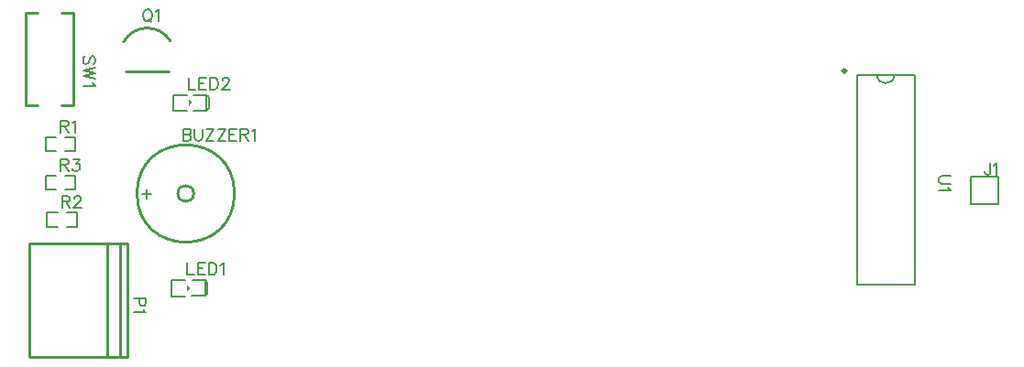
<source format=gto>
G04 Layer: TopSilkscreenLayer*
G04 EasyEDA v6.5.15, 2022-10-07 13:48:07*
G04 7ec79526355f426bb91a475ea7be51f8,10*
G04 Gerber Generator version 0.2*
G04 Scale: 100 percent, Rotated: No, Reflected: No *
G04 Dimensions in millimeters *
G04 leading zeros omitted , absolute positions ,4 integer and 5 decimal *
%FSLAX45Y45*%
%MOMM*%

%ADD10C,0.1524*%
%ADD11C,0.2032*%
%ADD12C,0.2030*%
%ADD13C,0.1500*%
%ADD14C,0.2540*%
%ADD15C,0.3000*%
%ADD16C,0.0192*%

%LPD*%
D10*
X9729470Y5299455D02*
G01*
X9729470Y5216397D01*
X9724136Y5200650D01*
X9719056Y5195570D01*
X9708641Y5190489D01*
X9698227Y5190489D01*
X9687813Y5195570D01*
X9682479Y5200650D01*
X9677400Y5216397D01*
X9677400Y5226812D01*
X9763759Y5278628D02*
G01*
X9773920Y5283962D01*
X9789668Y5299455D01*
X9789668Y5190489D01*
X2273300Y5614415D02*
G01*
X2273300Y5505450D01*
X2273300Y5614415D02*
G01*
X2320036Y5614415D01*
X2335529Y5609336D01*
X2340863Y5604002D01*
X2345943Y5593587D01*
X2345943Y5583173D01*
X2340863Y5572760D01*
X2335529Y5567679D01*
X2320036Y5562600D01*
X2273300Y5562600D02*
G01*
X2320036Y5562600D01*
X2335529Y5557265D01*
X2340863Y5552186D01*
X2345943Y5541771D01*
X2345943Y5526023D01*
X2340863Y5515610D01*
X2335529Y5510529D01*
X2320036Y5505450D01*
X2273300Y5505450D01*
X2380234Y5614415D02*
G01*
X2380234Y5536437D01*
X2385568Y5520944D01*
X2395981Y5510529D01*
X2411475Y5505450D01*
X2421890Y5505450D01*
X2437384Y5510529D01*
X2447797Y5520944D01*
X2453131Y5536437D01*
X2453131Y5614415D01*
X2560065Y5614415D02*
G01*
X2487422Y5505450D01*
X2487422Y5614415D02*
G01*
X2560065Y5614415D01*
X2487422Y5505450D02*
G01*
X2560065Y5505450D01*
X2667000Y5614415D02*
G01*
X2594356Y5505450D01*
X2594356Y5614415D02*
G01*
X2667000Y5614415D01*
X2594356Y5505450D02*
G01*
X2667000Y5505450D01*
X2701290Y5614415D02*
G01*
X2701290Y5505450D01*
X2701290Y5614415D02*
G01*
X2768854Y5614415D01*
X2701290Y5562600D02*
G01*
X2742945Y5562600D01*
X2701290Y5505450D02*
G01*
X2768854Y5505450D01*
X2803143Y5614415D02*
G01*
X2803143Y5505450D01*
X2803143Y5614415D02*
G01*
X2849879Y5614415D01*
X2865627Y5609336D01*
X2870708Y5604002D01*
X2876041Y5593587D01*
X2876041Y5583173D01*
X2870708Y5572760D01*
X2865627Y5567679D01*
X2849879Y5562600D01*
X2803143Y5562600D01*
X2839720Y5562600D02*
G01*
X2876041Y5505450D01*
X2910331Y5593587D02*
G01*
X2920745Y5598921D01*
X2936240Y5614415D01*
X2936240Y5505450D01*
D11*
X1935594Y5052496D02*
G01*
X1935594Y4970708D01*
X1894700Y5011602D02*
G01*
X1976488Y5011602D01*
D10*
X2314125Y4374718D02*
G01*
X2314125Y4265752D01*
X2314125Y4265752D02*
G01*
X2376355Y4265752D01*
X2410645Y4374718D02*
G01*
X2410645Y4265752D01*
X2410645Y4374718D02*
G01*
X2478209Y4374718D01*
X2410645Y4322902D02*
G01*
X2452301Y4322902D01*
X2410645Y4265752D02*
G01*
X2478209Y4265752D01*
X2512499Y4374718D02*
G01*
X2512499Y4265752D01*
X2512499Y4374718D02*
G01*
X2549075Y4374718D01*
X2564569Y4369638D01*
X2574983Y4359224D01*
X2580063Y4348810D01*
X2585397Y4333062D01*
X2585397Y4307154D01*
X2580063Y4291660D01*
X2574983Y4281246D01*
X2564569Y4270832D01*
X2549075Y4265752D01*
X2512499Y4265752D01*
X2619687Y4353890D02*
G01*
X2630101Y4359224D01*
X2645595Y4374718D01*
X2645595Y4265752D01*
X2326825Y6089218D02*
G01*
X2326825Y5980252D01*
X2326825Y5980252D02*
G01*
X2389055Y5980252D01*
X2423345Y6089218D02*
G01*
X2423345Y5980252D01*
X2423345Y6089218D02*
G01*
X2490909Y6089218D01*
X2423345Y6037402D02*
G01*
X2465001Y6037402D01*
X2423345Y5980252D02*
G01*
X2490909Y5980252D01*
X2525199Y6089218D02*
G01*
X2525199Y5980252D01*
X2525199Y6089218D02*
G01*
X2561775Y6089218D01*
X2577269Y6084138D01*
X2587683Y6073724D01*
X2592763Y6063310D01*
X2598097Y6047562D01*
X2598097Y6021654D01*
X2592763Y6006160D01*
X2587683Y5995746D01*
X2577269Y5985332D01*
X2561775Y5980252D01*
X2525199Y5980252D01*
X2637467Y6063310D02*
G01*
X2637467Y6068390D01*
X2642801Y6078804D01*
X2647881Y6084138D01*
X2658295Y6089218D01*
X2679123Y6089218D01*
X2689537Y6084138D01*
X2694617Y6078804D01*
X2699951Y6068390D01*
X2699951Y6057976D01*
X2694617Y6047562D01*
X2684203Y6032068D01*
X2632387Y5980252D01*
X2705031Y5980252D01*
X1929892Y4049776D02*
G01*
X1820926Y4049776D01*
X1929892Y4049776D02*
G01*
X1929892Y4003039D01*
X1924812Y3987545D01*
X1919478Y3982212D01*
X1909063Y3977131D01*
X1893570Y3977131D01*
X1883155Y3982212D01*
X1878076Y3987545D01*
X1872742Y4003039D01*
X1872742Y4049776D01*
X1909063Y3942842D02*
G01*
X1914397Y3932428D01*
X1929892Y3916679D01*
X1820926Y3916679D01*
X1936241Y6719315D02*
G01*
X1925828Y6714236D01*
X1915413Y6703821D01*
X1910079Y6693408D01*
X1905000Y6677660D01*
X1905000Y6651752D01*
X1910079Y6636258D01*
X1915413Y6625844D01*
X1925828Y6615429D01*
X1936241Y6610350D01*
X1957070Y6610350D01*
X1967229Y6615429D01*
X1977643Y6625844D01*
X1982977Y6636258D01*
X1988058Y6651752D01*
X1988058Y6677660D01*
X1982977Y6693408D01*
X1977643Y6703821D01*
X1967229Y6714236D01*
X1957070Y6719315D01*
X1936241Y6719315D01*
X1951736Y6630923D02*
G01*
X1982977Y6599936D01*
X2022347Y6698487D02*
G01*
X2032761Y6703821D01*
X2048509Y6719315D01*
X2048509Y6610350D01*
X1143000Y5690615D02*
G01*
X1143000Y5581650D01*
X1143000Y5690615D02*
G01*
X1189736Y5690615D01*
X1205229Y5685536D01*
X1210563Y5680202D01*
X1215644Y5669787D01*
X1215644Y5659373D01*
X1210563Y5648960D01*
X1205229Y5643879D01*
X1189736Y5638800D01*
X1143000Y5638800D01*
X1179321Y5638800D02*
G01*
X1215644Y5581650D01*
X1249934Y5669787D02*
G01*
X1260347Y5675121D01*
X1276095Y5690615D01*
X1276095Y5581650D01*
X1155700Y4992115D02*
G01*
X1155700Y4883150D01*
X1155700Y4992115D02*
G01*
X1202436Y4992115D01*
X1217929Y4987036D01*
X1223263Y4981702D01*
X1228344Y4971287D01*
X1228344Y4960873D01*
X1223263Y4950460D01*
X1217929Y4945379D01*
X1202436Y4940300D01*
X1155700Y4940300D01*
X1192021Y4940300D02*
G01*
X1228344Y4883150D01*
X1267968Y4966207D02*
G01*
X1267968Y4971287D01*
X1273047Y4981702D01*
X1278381Y4987036D01*
X1288795Y4992115D01*
X1309370Y4992115D01*
X1319784Y4987036D01*
X1325118Y4981702D01*
X1330197Y4971287D01*
X1330197Y4960873D01*
X1325118Y4950460D01*
X1314704Y4934965D01*
X1262634Y4883150D01*
X1335531Y4883150D01*
X1143000Y5335015D02*
G01*
X1143000Y5226050D01*
X1143000Y5335015D02*
G01*
X1189736Y5335015D01*
X1205229Y5329936D01*
X1210563Y5324602D01*
X1215644Y5314187D01*
X1215644Y5303773D01*
X1210563Y5293360D01*
X1205229Y5288279D01*
X1189736Y5283200D01*
X1143000Y5283200D01*
X1179321Y5283200D02*
G01*
X1215644Y5226050D01*
X1260347Y5335015D02*
G01*
X1317497Y5335015D01*
X1286510Y5293360D01*
X1302004Y5293360D01*
X1312418Y5288279D01*
X1317497Y5283200D01*
X1322831Y5267452D01*
X1322831Y5257037D01*
X1317497Y5241544D01*
X1307084Y5231129D01*
X1291589Y5226050D01*
X1276095Y5226050D01*
X1260347Y5231129D01*
X1255268Y5236210D01*
X1249934Y5246623D01*
X1446021Y6213820D02*
G01*
X1456436Y6224234D01*
X1461515Y6239728D01*
X1461515Y6260556D01*
X1456436Y6276050D01*
X1446021Y6286464D01*
X1435607Y6286464D01*
X1425194Y6281384D01*
X1419860Y6276050D01*
X1414779Y6265636D01*
X1404365Y6234394D01*
X1399286Y6224234D01*
X1393952Y6218900D01*
X1383537Y6213820D01*
X1368044Y6213820D01*
X1357629Y6224234D01*
X1352550Y6239728D01*
X1352550Y6260556D01*
X1357629Y6276050D01*
X1368044Y6286464D01*
X1461515Y6179530D02*
G01*
X1352550Y6153368D01*
X1461515Y6127460D02*
G01*
X1352550Y6153368D01*
X1461515Y6127460D02*
G01*
X1352550Y6101552D01*
X1461515Y6075644D02*
G01*
X1352550Y6101552D01*
X1440687Y6041354D02*
G01*
X1446021Y6030940D01*
X1461515Y6015192D01*
X1352550Y6015192D01*
X9360915Y5181600D02*
G01*
X9282938Y5181600D01*
X9267443Y5176520D01*
X9257029Y5166105D01*
X9251950Y5150357D01*
X9251950Y5139944D01*
X9257029Y5124450D01*
X9267443Y5114036D01*
X9282938Y5108955D01*
X9360915Y5108955D01*
X9340088Y5074665D02*
G01*
X9345422Y5064252D01*
X9360915Y5048504D01*
X9251950Y5048504D01*
G36*
X2313076Y4176217D02*
G01*
X2312111Y4104233D01*
X2338070Y4140200D01*
G37*
G36*
X2325776Y5890717D02*
G01*
X2324811Y5818733D01*
X2350770Y5854700D01*
G37*
D11*
X9804400Y4914900D02*
G01*
X9550400Y4914900D01*
X9550400Y5168900D01*
X9804400Y5168900D01*
X9804400Y4978400D01*
D12*
X9804400Y4914900D02*
G01*
X9804400Y4978400D01*
D13*
X2361100Y4213199D02*
G01*
X2476098Y4213199D01*
X2476098Y4068201D01*
X2356098Y4068201D01*
X2294100Y4067200D02*
G01*
X2170099Y4067200D01*
X2170099Y4212198D01*
X2294100Y4212198D01*
X2476098Y4213199D02*
G01*
X2479100Y4213199D01*
X2499100Y4193199D01*
X2499100Y4091200D01*
X2496098Y4088201D01*
X2476098Y4068201D01*
X2373800Y5927699D02*
G01*
X2488798Y5927699D01*
X2488798Y5782701D01*
X2368798Y5782701D01*
X2306800Y5781700D02*
G01*
X2182799Y5781700D01*
X2182799Y5926698D01*
X2306800Y5926698D01*
X2488798Y5927699D02*
G01*
X2491800Y5927699D01*
X2511800Y5907699D01*
X2511800Y5805700D01*
X2508798Y5802701D01*
X2488798Y5782701D01*
D14*
X1756562Y3505377D02*
G01*
X856564Y3505377D01*
X1753565Y4555362D02*
G01*
X853567Y4555362D01*
X1756562Y4555362D02*
G01*
X1756562Y3505377D01*
X1573580Y4558360D02*
G01*
X1573580Y3508375D01*
X1696567Y4555362D02*
G01*
X1696567Y3505377D01*
X853567Y4555362D02*
G01*
X853567Y3505377D01*
X2141093Y6149212D02*
G01*
X1745106Y6149212D01*
D10*
X1185621Y5407639D02*
G01*
X1281508Y5407639D01*
X1281508Y5539760D01*
X1185621Y5539760D01*
X1100378Y5407639D02*
G01*
X1004491Y5407639D01*
X1004491Y5539760D01*
X1100378Y5539760D01*
X1198321Y4709139D02*
G01*
X1294208Y4709139D01*
X1294208Y4841260D01*
X1198321Y4841260D01*
X1113078Y4709139D02*
G01*
X1017191Y4709139D01*
X1017191Y4841260D01*
X1113078Y4841260D01*
X1185621Y5052039D02*
G01*
X1281508Y5052039D01*
X1281508Y5184160D01*
X1185621Y5184160D01*
X1100378Y5052039D02*
G01*
X1004491Y5052039D01*
X1004491Y5184160D01*
X1100378Y5184160D01*
D14*
X1261389Y6691061D02*
G01*
X1261389Y5831067D01*
X821410Y6691061D02*
G01*
X821410Y5831067D01*
X1261389Y5831067D02*
G01*
X1151704Y5831067D01*
X931095Y5831067D02*
G01*
X821410Y5831067D01*
X1261389Y6691061D02*
G01*
X1151704Y6691061D01*
X931095Y6691061D02*
G01*
X821410Y6691061D01*
D10*
X8496109Y6116370D02*
G01*
X9029890Y6116370D01*
X9029890Y4170629D01*
X8496109Y4170629D01*
X8496109Y6116370D01*
D14*
G75*
G01*
X2157476Y6425184D02*
G03*
X1725953Y6420345I-214376J-125982D01*
D10*
G75*
G01*
X8842375Y6116371D02*
G02*
X8683625Y6116371I-79375J0D01*
D14*
G75*
G01
X2748712Y5016500D02*
G03X2748712Y5016500I-450012J0D01*
G75*
G01
X2372766Y5016500D02*
G03X2372766Y5016500I-74066J0D01*
D15*
G75*
G01
X8397011Y6150737D02*
G03X8397011Y6150737I-15011J0D01*
M02*

</source>
